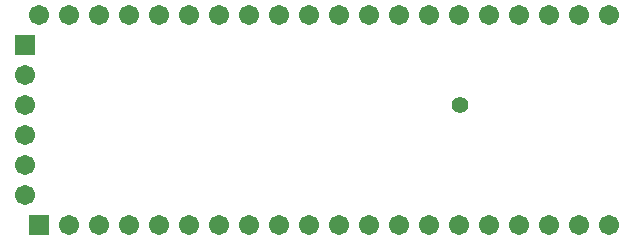
<source format=gbs>
G04*
G04 #@! TF.GenerationSoftware,Altium Limited,Altium Designer,19.1.8 (144)*
G04*
G04 Layer_Color=16711935*
%FSLAX25Y25*%
%MOIN*%
G70*
G01*
G75*
%ADD28C,0.06706*%
%ADD29R,0.06706X0.06706*%
%ADD30C,0.05524*%
%ADD31R,0.06706X0.06706*%
D28*
X25500Y10000D02*
D03*
Y20000D02*
D03*
Y30000D02*
D03*
Y40000D02*
D03*
Y50000D02*
D03*
X130000Y70000D02*
D03*
X220000D02*
D03*
X210000D02*
D03*
X200000D02*
D03*
X190000D02*
D03*
X180000D02*
D03*
X170000D02*
D03*
X160000D02*
D03*
X150000D02*
D03*
X140000D02*
D03*
X30000D02*
D03*
X120000D02*
D03*
X110000D02*
D03*
X100000D02*
D03*
X90000D02*
D03*
X80000D02*
D03*
X70000D02*
D03*
X60000D02*
D03*
X50000D02*
D03*
X40000D02*
D03*
X210000Y0D02*
D03*
X200000D02*
D03*
X190000D02*
D03*
X180000D02*
D03*
X170000D02*
D03*
X160000D02*
D03*
X150000D02*
D03*
X140000D02*
D03*
X130000D02*
D03*
X220000D02*
D03*
X110000D02*
D03*
X100000D02*
D03*
X90000D02*
D03*
X80000D02*
D03*
X70000D02*
D03*
X60000D02*
D03*
X50000D02*
D03*
X40000D02*
D03*
X120000D02*
D03*
D29*
X25500Y60000D02*
D03*
D30*
X170400Y40100D02*
D03*
D31*
X30000Y0D02*
D03*
M02*

</source>
